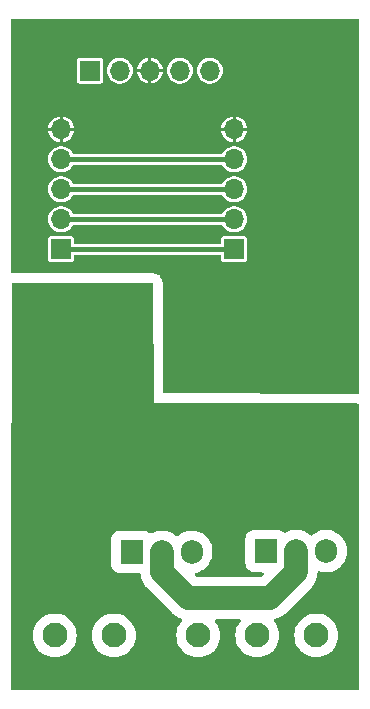
<source format=gbr>
%TF.GenerationSoftware,KiCad,Pcbnew,7.0.6-1.fc38*%
%TF.CreationDate,2023-08-19T18:40:52-03:00*%
%TF.ProjectId,CeilingFanControl,4365696c-696e-4674-9661-6e436f6e7472,rev?*%
%TF.SameCoordinates,Original*%
%TF.FileFunction,Copper,L1,Top*%
%TF.FilePolarity,Positive*%
%FSLAX46Y46*%
G04 Gerber Fmt 4.6, Leading zero omitted, Abs format (unit mm)*
G04 Created by KiCad (PCBNEW 7.0.6-1.fc38) date 2023-08-19 18:40:52*
%MOMM*%
%LPD*%
G01*
G04 APERTURE LIST*
%TA.AperFunction,ComponentPad*%
%ADD10R,1.700000X1.700000*%
%TD*%
%TA.AperFunction,ComponentPad*%
%ADD11O,1.700000X1.700000*%
%TD*%
%TA.AperFunction,ComponentPad*%
%ADD12C,2.100000*%
%TD*%
%TA.AperFunction,ComponentPad*%
%ADD13O,1.905000X2.000000*%
%TD*%
%TA.AperFunction,ComponentPad*%
%ADD14R,1.905000X2.000000*%
%TD*%
%TA.AperFunction,Conductor*%
%ADD15C,0.400000*%
%TD*%
%TA.AperFunction,Conductor*%
%ADD16C,2.000000*%
%TD*%
G04 APERTURE END LIST*
D10*
%TO.P,J2,1,Pin_1*%
%TO.N,/VPP*%
X21870000Y-19330000D03*
D11*
%TO.P,J2,2,Pin_2*%
%TO.N,+3V3*%
X24410000Y-19330000D03*
%TO.P,J2,3,Pin_3*%
%TO.N,GND*%
X26950000Y-19330000D03*
%TO.P,J2,4,Pin_4*%
%TO.N,/ICSPDAT*%
X29490000Y-19330000D03*
%TO.P,J2,5,Pin_5*%
%TO.N,/ICSPCLK*%
X32030000Y-19330000D03*
%TD*%
D12*
%TO.P,J1,1,Pin_1*%
%TO.N,NEUT*%
X18900000Y-67150000D03*
%TO.P,J1,2,Pin_2*%
%TO.N,LINE*%
X23900000Y-67150000D03*
%TD*%
D10*
%TO.P,J3,1,Pin_1*%
%TO.N,+5V*%
X19450000Y-34450000D03*
D11*
%TO.P,J3,2,Pin_2*%
%TO.N,/SCL*%
X19450000Y-31910000D03*
%TO.P,J3,3,Pin_3*%
%TO.N,/SDA*%
X19450000Y-29370000D03*
%TO.P,J3,4,Pin_4*%
%TO.N,+3V3*%
X19450000Y-26830000D03*
%TO.P,J3,5,Pin_5*%
%TO.N,GND*%
X19450000Y-24290000D03*
%TD*%
D13*
%TO.P,Q3,3,G*%
%TO.N,Net-(Q3-G)*%
X41870000Y-60010000D03*
%TO.P,Q3,2,A2*%
%TO.N,LINE*%
X39330000Y-60010000D03*
D14*
%TO.P,Q3,1,A1*%
%TO.N,/FAN_DIR-2_POWER*%
X36790000Y-60010000D03*
%TD*%
D10*
%TO.P,J5,1,Pin_1*%
%TO.N,+5V*%
X34100000Y-34450000D03*
D11*
%TO.P,J5,2,Pin_2*%
%TO.N,/SCL*%
X34100000Y-31910000D03*
%TO.P,J5,3,Pin_3*%
%TO.N,/SDA*%
X34100000Y-29370000D03*
%TO.P,J5,4,Pin_4*%
%TO.N,+3V3*%
X34100000Y-26830000D03*
%TO.P,J5,5,Pin_5*%
%TO.N,GND*%
X34100000Y-24290000D03*
%TD*%
D12*
%TO.P,J4,3,Pin_3*%
%TO.N,/FAN_DIR-2_POWER*%
X41050000Y-67150000D03*
%TO.P,J4,2,Pin_2*%
%TO.N,NEUT*%
X36050000Y-67150000D03*
%TO.P,J4,1,Pin_1*%
%TO.N,/FAN_DIR-1_POWER*%
X31050000Y-67150000D03*
%TD*%
D13*
%TO.P,Q2,3,G*%
%TO.N,Net-(Q2-G)*%
X30500000Y-60070000D03*
%TO.P,Q2,2,A2*%
%TO.N,LINE*%
X27960000Y-60070000D03*
D14*
%TO.P,Q2,1,A1*%
%TO.N,/FAN_DIR-1_POWER*%
X25420000Y-60070000D03*
%TD*%
D15*
%TO.N,+3V3*%
X19450000Y-26830000D02*
X34100000Y-26830000D01*
%TO.N,/SDA*%
X19450000Y-29370000D02*
X34100000Y-29370000D01*
%TO.N,/SCL*%
X19450000Y-31910000D02*
X34100000Y-31910000D01*
D16*
%TO.N,LINE*%
X39330000Y-61800000D02*
X39330000Y-60010000D01*
X30150000Y-63980000D02*
X37150000Y-63980000D01*
X37150000Y-63980000D02*
X39330000Y-61800000D01*
X27960000Y-61790000D02*
X30150000Y-63980000D01*
X27960000Y-60070000D02*
X27960000Y-61790000D01*
D15*
%TO.N,+5V*%
X19450000Y-34450000D02*
X34100000Y-34450000D01*
%TD*%
%TA.AperFunction,Conductor*%
%TO.N,GND*%
G36*
X44636645Y-15003868D02*
G01*
X44640013Y-15011993D01*
X44649500Y-30118771D01*
X44649500Y-46695192D01*
X44646132Y-46703324D01*
X44638000Y-46706692D01*
X44636686Y-46706617D01*
X44527644Y-46694078D01*
X28112187Y-46656363D01*
X28104063Y-46652976D01*
X28100713Y-46644933D01*
X28046212Y-37388629D01*
X28027237Y-37219501D01*
X28015990Y-37168625D01*
X28006641Y-37130718D01*
X27973335Y-37046905D01*
X27940032Y-36963094D01*
X27837794Y-36814498D01*
X27837791Y-36814493D01*
X27833828Y-36809927D01*
X27831014Y-36802461D01*
X27830000Y-36630000D01*
X27829813Y-36629999D01*
X27640460Y-36629698D01*
X27633783Y-36627548D01*
X27576331Y-36586414D01*
X27560095Y-36579607D01*
X27409984Y-36516674D01*
X27398738Y-36513382D01*
X27342931Y-36497045D01*
X27295218Y-36484649D01*
X27295214Y-36484648D01*
X27295212Y-36484648D01*
X27203527Y-36474395D01*
X27115958Y-36464602D01*
X27115955Y-36464602D01*
X27086649Y-36464626D01*
X15383040Y-36474395D01*
X15222732Y-36491675D01*
X15214287Y-36489197D01*
X15210066Y-36481473D01*
X15210000Y-36480241D01*
X15210000Y-35324674D01*
X18349500Y-35324674D01*
X18364034Y-35397740D01*
X18364035Y-35397741D01*
X18419397Y-35480599D01*
X18419399Y-35480601D01*
X18502260Y-35535966D01*
X18575326Y-35550500D01*
X18575328Y-35550500D01*
X20324672Y-35550500D01*
X20324674Y-35550500D01*
X20397740Y-35535966D01*
X20480601Y-35480601D01*
X20535966Y-35397740D01*
X20550500Y-35324674D01*
X20550500Y-34912000D01*
X20553868Y-34903868D01*
X20562000Y-34900500D01*
X32988000Y-34900500D01*
X32996132Y-34903868D01*
X32999500Y-34912000D01*
X32999500Y-35324674D01*
X33014034Y-35397740D01*
X33014035Y-35397741D01*
X33069397Y-35480599D01*
X33069399Y-35480601D01*
X33152260Y-35535966D01*
X33225326Y-35550500D01*
X33225328Y-35550500D01*
X34974672Y-35550500D01*
X34974674Y-35550500D01*
X35047740Y-35535966D01*
X35130601Y-35480601D01*
X35185966Y-35397740D01*
X35200500Y-35324674D01*
X35200500Y-33575326D01*
X35185966Y-33502260D01*
X35130601Y-33419399D01*
X35130599Y-33419397D01*
X35047741Y-33364035D01*
X35047742Y-33364035D01*
X35047740Y-33364034D01*
X35047738Y-33364033D01*
X35047737Y-33364033D01*
X35010957Y-33356717D01*
X34974674Y-33349500D01*
X33225326Y-33349500D01*
X33196260Y-33355281D01*
X33152262Y-33364033D01*
X33152258Y-33364035D01*
X33069400Y-33419397D01*
X33069397Y-33419400D01*
X33014035Y-33502258D01*
X33014033Y-33502262D01*
X32999500Y-33575327D01*
X32999500Y-33988000D01*
X32996132Y-33996132D01*
X32988000Y-33999500D01*
X20562000Y-33999500D01*
X20553868Y-33996132D01*
X20550500Y-33988000D01*
X20550500Y-33575327D01*
X20535966Y-33502262D01*
X20535966Y-33502260D01*
X20480601Y-33419399D01*
X20480599Y-33419397D01*
X20397741Y-33364035D01*
X20397742Y-33364035D01*
X20397740Y-33364034D01*
X20397738Y-33364033D01*
X20397737Y-33364033D01*
X20360957Y-33356717D01*
X20324674Y-33349500D01*
X18575326Y-33349500D01*
X18546259Y-33355281D01*
X18502262Y-33364033D01*
X18502258Y-33364035D01*
X18419400Y-33419397D01*
X18419397Y-33419400D01*
X18364035Y-33502258D01*
X18364033Y-33502262D01*
X18353108Y-33557184D01*
X18349500Y-33575326D01*
X18349500Y-35324674D01*
X15210000Y-35324674D01*
X15210000Y-31910000D01*
X18344785Y-31910000D01*
X18363602Y-32113080D01*
X18419418Y-32309251D01*
X18510327Y-32491822D01*
X18510329Y-32491825D01*
X18633228Y-32654570D01*
X18633231Y-32654573D01*
X18633236Y-32654579D01*
X18783959Y-32791981D01*
X18957363Y-32899348D01*
X18957371Y-32899351D01*
X18957373Y-32899352D01*
X19147538Y-32973022D01*
X19147539Y-32973022D01*
X19147544Y-32973024D01*
X19348024Y-33010500D01*
X19551976Y-33010500D01*
X19752456Y-32973024D01*
X19942637Y-32899348D01*
X20116041Y-32791981D01*
X20266764Y-32654579D01*
X20389673Y-32491821D01*
X20451889Y-32366873D01*
X20458528Y-32361096D01*
X20462183Y-32360500D01*
X33087817Y-32360500D01*
X33095949Y-32363868D01*
X33098111Y-32366874D01*
X33160327Y-32491822D01*
X33160329Y-32491825D01*
X33283228Y-32654570D01*
X33283231Y-32654573D01*
X33283236Y-32654579D01*
X33433959Y-32791981D01*
X33607363Y-32899348D01*
X33607371Y-32899351D01*
X33607373Y-32899352D01*
X33797538Y-32973022D01*
X33797539Y-32973022D01*
X33797544Y-32973024D01*
X33998024Y-33010500D01*
X34201976Y-33010500D01*
X34402456Y-32973024D01*
X34592637Y-32899348D01*
X34766041Y-32791981D01*
X34916764Y-32654579D01*
X35039673Y-32491821D01*
X35130582Y-32309250D01*
X35186397Y-32113083D01*
X35205215Y-31910000D01*
X35186397Y-31706917D01*
X35130582Y-31510750D01*
X35039673Y-31328179D01*
X35039672Y-31328178D01*
X35039672Y-31328177D01*
X35039670Y-31328174D01*
X34916771Y-31165429D01*
X34916767Y-31165426D01*
X34916764Y-31165421D01*
X34766041Y-31028019D01*
X34766040Y-31028018D01*
X34679338Y-30974335D01*
X34592637Y-30920652D01*
X34592632Y-30920650D01*
X34592626Y-30920647D01*
X34402461Y-30846977D01*
X34201978Y-30809500D01*
X34201976Y-30809500D01*
X33998024Y-30809500D01*
X33998021Y-30809500D01*
X33797538Y-30846977D01*
X33607373Y-30920647D01*
X33607361Y-30920653D01*
X33433959Y-31028018D01*
X33345659Y-31108514D01*
X33283236Y-31165421D01*
X33283234Y-31165423D01*
X33283228Y-31165429D01*
X33160329Y-31328174D01*
X33160327Y-31328177D01*
X33098111Y-31453126D01*
X33091472Y-31458904D01*
X33087817Y-31459500D01*
X20462183Y-31459500D01*
X20454051Y-31456132D01*
X20451889Y-31453126D01*
X20389672Y-31328177D01*
X20389670Y-31328174D01*
X20266771Y-31165429D01*
X20266767Y-31165426D01*
X20266764Y-31165421D01*
X20116041Y-31028019D01*
X20116040Y-31028018D01*
X20029338Y-30974335D01*
X19942637Y-30920652D01*
X19942632Y-30920650D01*
X19942626Y-30920647D01*
X19752461Y-30846977D01*
X19551978Y-30809500D01*
X19551976Y-30809500D01*
X19348024Y-30809500D01*
X19348021Y-30809500D01*
X19147538Y-30846977D01*
X18957373Y-30920647D01*
X18957361Y-30920653D01*
X18783959Y-31028018D01*
X18695659Y-31108514D01*
X18633236Y-31165421D01*
X18633234Y-31165423D01*
X18633228Y-31165429D01*
X18510329Y-31328174D01*
X18510327Y-31328177D01*
X18419418Y-31510748D01*
X18363602Y-31706919D01*
X18344785Y-31910000D01*
X15210000Y-31910000D01*
X15210000Y-29370000D01*
X18344785Y-29370000D01*
X18363602Y-29573080D01*
X18419418Y-29769251D01*
X18510327Y-29951822D01*
X18510329Y-29951825D01*
X18633228Y-30114570D01*
X18633231Y-30114573D01*
X18633236Y-30114579D01*
X18783959Y-30251981D01*
X18957363Y-30359348D01*
X18957371Y-30359351D01*
X18957373Y-30359352D01*
X19147538Y-30433022D01*
X19147539Y-30433022D01*
X19147544Y-30433024D01*
X19348024Y-30470500D01*
X19551976Y-30470500D01*
X19752456Y-30433024D01*
X19942637Y-30359348D01*
X20116041Y-30251981D01*
X20266764Y-30114579D01*
X20389673Y-29951821D01*
X20451889Y-29826873D01*
X20458528Y-29821096D01*
X20462183Y-29820500D01*
X33087817Y-29820500D01*
X33095949Y-29823868D01*
X33098111Y-29826874D01*
X33160327Y-29951822D01*
X33160329Y-29951825D01*
X33283228Y-30114570D01*
X33283231Y-30114573D01*
X33283236Y-30114579D01*
X33433959Y-30251981D01*
X33607363Y-30359348D01*
X33607371Y-30359351D01*
X33607373Y-30359352D01*
X33797538Y-30433022D01*
X33797539Y-30433022D01*
X33797544Y-30433024D01*
X33998024Y-30470500D01*
X34201976Y-30470500D01*
X34402456Y-30433024D01*
X34592637Y-30359348D01*
X34766041Y-30251981D01*
X34916764Y-30114579D01*
X35039673Y-29951821D01*
X35130582Y-29769250D01*
X35186397Y-29573083D01*
X35205215Y-29370000D01*
X35186397Y-29166917D01*
X35130582Y-28970750D01*
X35039673Y-28788179D01*
X35039672Y-28788178D01*
X35039672Y-28788177D01*
X35039670Y-28788174D01*
X34916771Y-28625429D01*
X34916767Y-28625426D01*
X34916764Y-28625421D01*
X34766041Y-28488019D01*
X34766040Y-28488018D01*
X34679338Y-28434335D01*
X34592637Y-28380652D01*
X34592632Y-28380650D01*
X34592626Y-28380647D01*
X34402461Y-28306977D01*
X34201978Y-28269500D01*
X34201976Y-28269500D01*
X33998024Y-28269500D01*
X33998021Y-28269500D01*
X33797538Y-28306977D01*
X33607373Y-28380647D01*
X33607361Y-28380653D01*
X33433959Y-28488018D01*
X33345659Y-28568514D01*
X33283236Y-28625421D01*
X33283234Y-28625423D01*
X33283228Y-28625429D01*
X33160329Y-28788174D01*
X33160327Y-28788177D01*
X33098111Y-28913126D01*
X33091472Y-28918904D01*
X33087817Y-28919500D01*
X20462183Y-28919500D01*
X20454051Y-28916132D01*
X20451889Y-28913126D01*
X20389672Y-28788177D01*
X20389670Y-28788174D01*
X20266771Y-28625429D01*
X20266767Y-28625426D01*
X20266764Y-28625421D01*
X20116041Y-28488019D01*
X20116040Y-28488018D01*
X20029338Y-28434335D01*
X19942637Y-28380652D01*
X19942632Y-28380650D01*
X19942626Y-28380647D01*
X19752461Y-28306977D01*
X19551978Y-28269500D01*
X19551976Y-28269500D01*
X19348024Y-28269500D01*
X19348021Y-28269500D01*
X19147538Y-28306977D01*
X18957373Y-28380647D01*
X18957361Y-28380653D01*
X18783959Y-28488018D01*
X18695659Y-28568514D01*
X18633236Y-28625421D01*
X18633234Y-28625423D01*
X18633228Y-28625429D01*
X18510329Y-28788174D01*
X18510327Y-28788177D01*
X18419418Y-28970748D01*
X18363602Y-29166919D01*
X18344785Y-29370000D01*
X15210000Y-29370000D01*
X15210000Y-26830000D01*
X18344785Y-26830000D01*
X18363602Y-27033080D01*
X18419418Y-27229251D01*
X18510327Y-27411822D01*
X18510329Y-27411825D01*
X18633228Y-27574570D01*
X18633231Y-27574573D01*
X18633236Y-27574579D01*
X18783959Y-27711981D01*
X18957363Y-27819348D01*
X18957371Y-27819351D01*
X18957373Y-27819352D01*
X19147538Y-27893022D01*
X19147539Y-27893022D01*
X19147544Y-27893024D01*
X19348024Y-27930500D01*
X19551976Y-27930500D01*
X19752456Y-27893024D01*
X19942637Y-27819348D01*
X20116041Y-27711981D01*
X20266764Y-27574579D01*
X20389673Y-27411821D01*
X20451889Y-27286873D01*
X20458528Y-27281096D01*
X20462183Y-27280500D01*
X33087817Y-27280500D01*
X33095949Y-27283868D01*
X33098111Y-27286874D01*
X33160327Y-27411822D01*
X33160329Y-27411825D01*
X33283228Y-27574570D01*
X33283231Y-27574573D01*
X33283236Y-27574579D01*
X33433959Y-27711981D01*
X33607363Y-27819348D01*
X33607371Y-27819351D01*
X33607373Y-27819352D01*
X33797538Y-27893022D01*
X33797539Y-27893022D01*
X33797544Y-27893024D01*
X33998024Y-27930500D01*
X34201976Y-27930500D01*
X34402456Y-27893024D01*
X34592637Y-27819348D01*
X34766041Y-27711981D01*
X34916764Y-27574579D01*
X35039673Y-27411821D01*
X35130582Y-27229250D01*
X35186397Y-27033083D01*
X35205215Y-26830000D01*
X35186397Y-26626917D01*
X35130582Y-26430750D01*
X35039673Y-26248179D01*
X35039672Y-26248178D01*
X35039672Y-26248177D01*
X35039670Y-26248174D01*
X34916771Y-26085429D01*
X34916767Y-26085426D01*
X34916764Y-26085421D01*
X34766041Y-25948019D01*
X34766040Y-25948018D01*
X34679339Y-25894335D01*
X34592637Y-25840652D01*
X34592632Y-25840650D01*
X34592626Y-25840647D01*
X34402461Y-25766977D01*
X34201978Y-25729500D01*
X34201976Y-25729500D01*
X33998024Y-25729500D01*
X33998021Y-25729500D01*
X33797538Y-25766977D01*
X33607373Y-25840647D01*
X33607361Y-25840653D01*
X33433959Y-25948018D01*
X33345659Y-26028514D01*
X33283236Y-26085421D01*
X33283234Y-26085423D01*
X33283228Y-26085429D01*
X33160329Y-26248174D01*
X33160327Y-26248177D01*
X33098111Y-26373126D01*
X33091472Y-26378904D01*
X33087817Y-26379500D01*
X20462183Y-26379500D01*
X20454051Y-26376132D01*
X20451889Y-26373126D01*
X20389672Y-26248177D01*
X20389670Y-26248174D01*
X20266771Y-26085429D01*
X20266767Y-26085426D01*
X20266764Y-26085421D01*
X20116041Y-25948019D01*
X20116040Y-25948018D01*
X20029338Y-25894335D01*
X19942637Y-25840652D01*
X19942632Y-25840650D01*
X19942626Y-25840647D01*
X19752461Y-25766977D01*
X19551978Y-25729500D01*
X19551976Y-25729500D01*
X19348024Y-25729500D01*
X19348021Y-25729500D01*
X19147538Y-25766977D01*
X18957373Y-25840647D01*
X18957361Y-25840653D01*
X18783959Y-25948018D01*
X18695659Y-26028514D01*
X18633236Y-26085421D01*
X18633234Y-26085423D01*
X18633228Y-26085429D01*
X18510329Y-26248174D01*
X18510327Y-26248177D01*
X18419418Y-26430748D01*
X18363602Y-26626919D01*
X18344785Y-26830000D01*
X15210000Y-26830000D01*
X15210000Y-24415000D01*
X18356870Y-24415000D01*
X18364096Y-24492986D01*
X18364096Y-24492988D01*
X18419886Y-24689069D01*
X18510754Y-24871557D01*
X18510756Y-24871560D01*
X18633599Y-25034231D01*
X18784265Y-25171583D01*
X18957577Y-25278893D01*
X18957597Y-25278903D01*
X19147680Y-25352541D01*
X19325000Y-25385686D01*
X19325000Y-24777169D01*
X19414237Y-24790000D01*
X19485763Y-24790000D01*
X19575000Y-24777169D01*
X19575000Y-25385686D01*
X19752319Y-25352541D01*
X19942402Y-25278903D01*
X19942422Y-25278893D01*
X20115734Y-25171583D01*
X20266400Y-25034231D01*
X20389243Y-24871560D01*
X20389245Y-24871557D01*
X20480113Y-24689069D01*
X20535903Y-24492988D01*
X20535903Y-24492986D01*
X20543130Y-24415000D01*
X33006870Y-24415000D01*
X33014096Y-24492986D01*
X33014096Y-24492988D01*
X33069886Y-24689069D01*
X33160754Y-24871557D01*
X33160756Y-24871560D01*
X33283599Y-25034231D01*
X33434265Y-25171583D01*
X33607577Y-25278893D01*
X33607597Y-25278903D01*
X33797680Y-25352541D01*
X33975000Y-25385686D01*
X33975000Y-24777169D01*
X34064237Y-24790000D01*
X34135763Y-24790000D01*
X34225000Y-24777169D01*
X34225000Y-25385686D01*
X34402319Y-25352541D01*
X34592402Y-25278903D01*
X34592422Y-25278893D01*
X34765734Y-25171583D01*
X34916400Y-25034231D01*
X35039243Y-24871560D01*
X35039245Y-24871557D01*
X35130113Y-24689069D01*
X35185903Y-24492988D01*
X35185903Y-24492986D01*
X35193130Y-24415000D01*
X34584405Y-24415000D01*
X34600000Y-24361889D01*
X34600000Y-24218111D01*
X34584405Y-24165000D01*
X35193129Y-24165000D01*
X35185903Y-24087013D01*
X35185903Y-24087011D01*
X35130113Y-23890930D01*
X35039245Y-23708442D01*
X35039243Y-23708439D01*
X34916400Y-23545768D01*
X34765734Y-23408416D01*
X34592422Y-23301106D01*
X34592402Y-23301096D01*
X34402324Y-23227460D01*
X34225000Y-23194311D01*
X34225000Y-23802830D01*
X34135763Y-23790000D01*
X34064237Y-23790000D01*
X33975000Y-23802830D01*
X33975000Y-23194312D01*
X33974999Y-23194311D01*
X33797675Y-23227460D01*
X33607597Y-23301096D01*
X33607577Y-23301106D01*
X33434265Y-23408416D01*
X33283599Y-23545768D01*
X33160756Y-23708439D01*
X33160754Y-23708442D01*
X33069886Y-23890930D01*
X33014096Y-24087011D01*
X33014096Y-24087013D01*
X33006870Y-24165000D01*
X33615595Y-24165000D01*
X33600000Y-24218111D01*
X33600000Y-24361889D01*
X33615595Y-24415000D01*
X33006870Y-24415000D01*
X20543130Y-24415000D01*
X19934405Y-24415000D01*
X19950000Y-24361889D01*
X19950000Y-24218111D01*
X19934405Y-24165000D01*
X20543129Y-24165000D01*
X20535903Y-24087013D01*
X20535903Y-24087011D01*
X20480113Y-23890930D01*
X20389245Y-23708442D01*
X20389243Y-23708439D01*
X20266400Y-23545768D01*
X20115734Y-23408416D01*
X19942422Y-23301106D01*
X19942402Y-23301096D01*
X19752324Y-23227460D01*
X19575000Y-23194311D01*
X19574999Y-23194312D01*
X19574999Y-23802830D01*
X19485763Y-23790000D01*
X19414237Y-23790000D01*
X19325000Y-23802830D01*
X19325000Y-23194312D01*
X19324999Y-23194311D01*
X19147675Y-23227460D01*
X18957597Y-23301096D01*
X18957577Y-23301106D01*
X18784265Y-23408416D01*
X18633599Y-23545768D01*
X18510756Y-23708439D01*
X18510754Y-23708442D01*
X18419886Y-23890930D01*
X18364096Y-24087011D01*
X18364096Y-24087013D01*
X18356870Y-24165000D01*
X18965595Y-24165000D01*
X18950000Y-24218111D01*
X18950000Y-24361889D01*
X18965595Y-24415000D01*
X18356870Y-24415000D01*
X15210000Y-24415000D01*
X15210000Y-20204674D01*
X20769500Y-20204674D01*
X20784034Y-20277740D01*
X20784035Y-20277741D01*
X20839397Y-20360599D01*
X20839399Y-20360601D01*
X20922260Y-20415966D01*
X20995326Y-20430500D01*
X20995328Y-20430500D01*
X22744672Y-20430500D01*
X22744674Y-20430500D01*
X22817740Y-20415966D01*
X22900601Y-20360601D01*
X22955966Y-20277740D01*
X22970500Y-20204674D01*
X22970500Y-19330000D01*
X23304785Y-19330000D01*
X23323602Y-19533080D01*
X23379418Y-19729251D01*
X23470327Y-19911822D01*
X23470329Y-19911825D01*
X23593228Y-20074570D01*
X23593231Y-20074573D01*
X23593236Y-20074579D01*
X23743959Y-20211981D01*
X23917363Y-20319348D01*
X23917371Y-20319351D01*
X23917373Y-20319352D01*
X24107538Y-20393022D01*
X24107539Y-20393022D01*
X24107544Y-20393024D01*
X24308024Y-20430500D01*
X24511976Y-20430500D01*
X24712456Y-20393024D01*
X24902637Y-20319348D01*
X25076041Y-20211981D01*
X25226764Y-20074579D01*
X25349673Y-19911821D01*
X25440582Y-19729250D01*
X25496397Y-19533083D01*
X25503632Y-19455000D01*
X25856870Y-19455000D01*
X25864096Y-19532986D01*
X25864096Y-19532988D01*
X25919886Y-19729069D01*
X26010754Y-19911557D01*
X26010756Y-19911560D01*
X26133599Y-20074231D01*
X26284265Y-20211583D01*
X26457577Y-20318893D01*
X26457597Y-20318903D01*
X26647680Y-20392541D01*
X26824999Y-20425686D01*
X26824999Y-19817169D01*
X26914237Y-19830000D01*
X26985763Y-19830000D01*
X27074999Y-19817169D01*
X27074999Y-20425686D01*
X27252319Y-20392541D01*
X27442402Y-20318903D01*
X27442422Y-20318893D01*
X27615734Y-20211583D01*
X27766400Y-20074231D01*
X27889243Y-19911560D01*
X27889245Y-19911557D01*
X27980113Y-19729069D01*
X28035903Y-19532988D01*
X28035903Y-19532986D01*
X28043130Y-19455000D01*
X27434405Y-19455000D01*
X27450000Y-19401889D01*
X27450000Y-19329999D01*
X28384785Y-19329999D01*
X28403602Y-19533080D01*
X28459418Y-19729251D01*
X28550327Y-19911822D01*
X28550329Y-19911825D01*
X28673228Y-20074570D01*
X28673231Y-20074573D01*
X28673236Y-20074579D01*
X28823959Y-20211981D01*
X28997363Y-20319348D01*
X28997371Y-20319351D01*
X28997373Y-20319352D01*
X29187538Y-20393022D01*
X29187539Y-20393022D01*
X29187544Y-20393024D01*
X29388024Y-20430500D01*
X29591976Y-20430500D01*
X29792456Y-20393024D01*
X29982637Y-20319348D01*
X30156041Y-20211981D01*
X30306764Y-20074579D01*
X30429673Y-19911821D01*
X30520582Y-19729250D01*
X30576397Y-19533083D01*
X30595215Y-19330000D01*
X30595215Y-19329999D01*
X30924785Y-19329999D01*
X30943602Y-19533080D01*
X30999418Y-19729251D01*
X31090327Y-19911822D01*
X31090329Y-19911825D01*
X31213228Y-20074570D01*
X31213231Y-20074573D01*
X31213236Y-20074579D01*
X31363959Y-20211981D01*
X31537363Y-20319348D01*
X31537371Y-20319351D01*
X31537373Y-20319352D01*
X31727538Y-20393022D01*
X31727539Y-20393022D01*
X31727544Y-20393024D01*
X31928024Y-20430500D01*
X32131976Y-20430500D01*
X32332456Y-20393024D01*
X32522637Y-20319348D01*
X32696041Y-20211981D01*
X32846764Y-20074579D01*
X32969673Y-19911821D01*
X33060582Y-19729250D01*
X33116397Y-19533083D01*
X33135215Y-19330000D01*
X33116397Y-19126917D01*
X33060582Y-18930750D01*
X32969673Y-18748179D01*
X32969672Y-18748178D01*
X32969672Y-18748177D01*
X32969670Y-18748174D01*
X32846771Y-18585429D01*
X32846767Y-18585426D01*
X32846764Y-18585421D01*
X32703843Y-18455132D01*
X32696040Y-18448018D01*
X32609339Y-18394335D01*
X32522637Y-18340652D01*
X32522632Y-18340650D01*
X32522626Y-18340647D01*
X32332461Y-18266977D01*
X32131978Y-18229500D01*
X32131976Y-18229500D01*
X31928024Y-18229500D01*
X31928021Y-18229500D01*
X31727538Y-18266977D01*
X31537373Y-18340647D01*
X31537361Y-18340653D01*
X31363959Y-18448018D01*
X31275659Y-18528514D01*
X31213236Y-18585421D01*
X31213234Y-18585423D01*
X31213228Y-18585429D01*
X31090329Y-18748174D01*
X31090327Y-18748177D01*
X30999418Y-18930748D01*
X30943602Y-19126919D01*
X30924785Y-19329999D01*
X30595215Y-19329999D01*
X30576397Y-19126917D01*
X30520582Y-18930750D01*
X30429673Y-18748179D01*
X30429672Y-18748178D01*
X30429672Y-18748177D01*
X30429670Y-18748174D01*
X30306771Y-18585429D01*
X30306767Y-18585426D01*
X30306764Y-18585421D01*
X30163843Y-18455132D01*
X30156040Y-18448018D01*
X30069339Y-18394335D01*
X29982637Y-18340652D01*
X29982632Y-18340650D01*
X29982626Y-18340647D01*
X29792461Y-18266977D01*
X29591978Y-18229500D01*
X29591976Y-18229500D01*
X29388024Y-18229500D01*
X29388021Y-18229500D01*
X29187538Y-18266977D01*
X28997373Y-18340647D01*
X28997361Y-18340653D01*
X28823959Y-18448018D01*
X28735659Y-18528514D01*
X28673236Y-18585421D01*
X28673234Y-18585423D01*
X28673228Y-18585429D01*
X28550329Y-18748174D01*
X28550327Y-18748177D01*
X28459418Y-18930748D01*
X28403602Y-19126919D01*
X28384785Y-19329999D01*
X27450000Y-19329999D01*
X27450000Y-19258111D01*
X27434405Y-19205000D01*
X28043129Y-19205000D01*
X28035903Y-19127013D01*
X28035903Y-19127011D01*
X27980113Y-18930930D01*
X27889245Y-18748442D01*
X27889243Y-18748439D01*
X27766400Y-18585768D01*
X27615734Y-18448416D01*
X27442422Y-18341106D01*
X27442402Y-18341096D01*
X27252324Y-18267460D01*
X27075000Y-18234311D01*
X27074999Y-18234312D01*
X27074999Y-18842830D01*
X26985763Y-18830000D01*
X26914237Y-18830000D01*
X26824999Y-18842830D01*
X26825000Y-18234312D01*
X26824999Y-18234311D01*
X26647675Y-18267460D01*
X26457597Y-18341096D01*
X26457577Y-18341106D01*
X26284265Y-18448416D01*
X26133599Y-18585768D01*
X26010756Y-18748439D01*
X26010754Y-18748442D01*
X25919886Y-18930930D01*
X25864096Y-19127011D01*
X25864096Y-19127013D01*
X25856870Y-19205000D01*
X26465595Y-19205000D01*
X26450000Y-19258111D01*
X26450000Y-19401889D01*
X26465595Y-19455000D01*
X25856870Y-19455000D01*
X25503632Y-19455000D01*
X25515215Y-19330000D01*
X25496397Y-19126917D01*
X25440582Y-18930750D01*
X25349673Y-18748179D01*
X25349672Y-18748178D01*
X25349672Y-18748177D01*
X25349670Y-18748174D01*
X25226771Y-18585429D01*
X25226767Y-18585426D01*
X25226764Y-18585421D01*
X25083843Y-18455132D01*
X25076040Y-18448018D01*
X24989339Y-18394335D01*
X24902637Y-18340652D01*
X24902632Y-18340650D01*
X24902626Y-18340647D01*
X24712461Y-18266977D01*
X24511978Y-18229500D01*
X24511976Y-18229500D01*
X24308024Y-18229500D01*
X24308021Y-18229500D01*
X24107538Y-18266977D01*
X23917373Y-18340647D01*
X23917361Y-18340653D01*
X23743959Y-18448018D01*
X23655659Y-18528514D01*
X23593236Y-18585421D01*
X23593234Y-18585423D01*
X23593228Y-18585429D01*
X23470329Y-18748174D01*
X23470327Y-18748177D01*
X23379418Y-18930748D01*
X23323602Y-19126919D01*
X23304785Y-19330000D01*
X22970500Y-19330000D01*
X22970500Y-18455326D01*
X22955966Y-18382260D01*
X22900601Y-18299399D01*
X22900599Y-18299397D01*
X22817741Y-18244035D01*
X22817742Y-18244035D01*
X22817740Y-18244034D01*
X22817738Y-18244033D01*
X22817737Y-18244033D01*
X22780957Y-18236717D01*
X22744674Y-18229500D01*
X20995326Y-18229500D01*
X20971140Y-18234311D01*
X20922262Y-18244033D01*
X20922258Y-18244035D01*
X20839400Y-18299397D01*
X20839397Y-18299400D01*
X20784035Y-18382258D01*
X20784033Y-18382262D01*
X20773108Y-18437184D01*
X20769500Y-18455326D01*
X20769500Y-20204674D01*
X15210000Y-20204674D01*
X15210000Y-15012000D01*
X15213368Y-15003868D01*
X15221500Y-15000500D01*
X44628513Y-15000500D01*
X44636645Y-15003868D01*
G37*
%TD.AperFunction*%
%TD*%
%TA.AperFunction,NonConductor*%
G36*
X27183680Y-37289731D02*
G01*
X27229479Y-37342496D01*
X27240726Y-37393372D01*
X27300000Y-47460000D01*
X44525790Y-47499576D01*
X44592779Y-47519414D01*
X44638412Y-47572323D01*
X44649500Y-47623575D01*
X44649500Y-71625500D01*
X44629815Y-71692539D01*
X44577011Y-71738294D01*
X44525500Y-71749500D01*
X15334181Y-71749500D01*
X15267142Y-71729815D01*
X15221387Y-71677011D01*
X15210181Y-71625320D01*
X15216672Y-67150001D01*
X17044773Y-67150001D01*
X17063657Y-67414027D01*
X17063658Y-67414034D01*
X17119921Y-67672673D01*
X17212426Y-67920690D01*
X17212428Y-67920694D01*
X17339280Y-68153005D01*
X17339285Y-68153013D01*
X17497906Y-68364907D01*
X17497922Y-68364925D01*
X17685074Y-68552077D01*
X17685092Y-68552093D01*
X17896986Y-68710714D01*
X17896994Y-68710719D01*
X18129305Y-68837571D01*
X18129309Y-68837573D01*
X18129311Y-68837574D01*
X18377322Y-68930077D01*
X18377325Y-68930077D01*
X18377326Y-68930078D01*
X18572551Y-68972546D01*
X18635974Y-68986343D01*
X18879660Y-69003772D01*
X18899999Y-69005227D01*
X18900000Y-69005227D01*
X18900001Y-69005227D01*
X18918884Y-69003876D01*
X19164026Y-68986343D01*
X19422678Y-68930077D01*
X19670689Y-68837574D01*
X19903011Y-68710716D01*
X20114915Y-68552087D01*
X20302087Y-68364915D01*
X20460716Y-68153011D01*
X20587574Y-67920689D01*
X20680077Y-67672678D01*
X20736343Y-67414026D01*
X20755227Y-67150001D01*
X22044773Y-67150001D01*
X22063657Y-67414027D01*
X22063658Y-67414034D01*
X22119921Y-67672673D01*
X22212426Y-67920690D01*
X22212428Y-67920694D01*
X22339280Y-68153005D01*
X22339285Y-68153013D01*
X22497906Y-68364907D01*
X22497922Y-68364925D01*
X22685074Y-68552077D01*
X22685092Y-68552093D01*
X22896986Y-68710714D01*
X22896994Y-68710719D01*
X23129305Y-68837571D01*
X23129309Y-68837573D01*
X23129311Y-68837574D01*
X23377322Y-68930077D01*
X23377325Y-68930077D01*
X23377326Y-68930078D01*
X23572552Y-68972546D01*
X23635974Y-68986343D01*
X23879660Y-69003772D01*
X23899999Y-69005227D01*
X23900000Y-69005227D01*
X23900001Y-69005227D01*
X23918885Y-69003876D01*
X24164026Y-68986343D01*
X24422678Y-68930077D01*
X24670689Y-68837574D01*
X24903011Y-68710716D01*
X25114915Y-68552087D01*
X25302087Y-68364915D01*
X25460716Y-68153011D01*
X25587574Y-67920689D01*
X25680077Y-67672678D01*
X25736343Y-67414026D01*
X25755227Y-67150000D01*
X25736343Y-66885974D01*
X25680077Y-66627322D01*
X25587574Y-66379311D01*
X25460716Y-66146989D01*
X25460714Y-66146986D01*
X25302093Y-65935092D01*
X25302077Y-65935074D01*
X25114925Y-65747922D01*
X25114907Y-65747906D01*
X24903013Y-65589285D01*
X24903005Y-65589280D01*
X24670694Y-65462428D01*
X24670690Y-65462426D01*
X24422673Y-65369921D01*
X24164034Y-65313658D01*
X24164027Y-65313657D01*
X23900001Y-65294773D01*
X23899999Y-65294773D01*
X23635972Y-65313657D01*
X23635965Y-65313658D01*
X23377326Y-65369921D01*
X23129309Y-65462426D01*
X23129305Y-65462428D01*
X22896994Y-65589280D01*
X22896986Y-65589285D01*
X22685092Y-65747906D01*
X22685074Y-65747922D01*
X22497922Y-65935074D01*
X22497906Y-65935092D01*
X22339285Y-66146986D01*
X22339280Y-66146994D01*
X22212428Y-66379305D01*
X22212426Y-66379309D01*
X22119921Y-66627326D01*
X22063658Y-66885965D01*
X22063657Y-66885972D01*
X22044773Y-67149998D01*
X22044773Y-67150001D01*
X20755227Y-67150001D01*
X20755227Y-67150000D01*
X20736343Y-66885974D01*
X20680077Y-66627322D01*
X20587574Y-66379311D01*
X20460716Y-66146989D01*
X20460714Y-66146986D01*
X20302093Y-65935092D01*
X20302077Y-65935074D01*
X20114925Y-65747922D01*
X20114907Y-65747906D01*
X19903013Y-65589285D01*
X19903005Y-65589280D01*
X19670694Y-65462428D01*
X19670690Y-65462426D01*
X19422673Y-65369921D01*
X19164034Y-65313658D01*
X19164027Y-65313657D01*
X18900001Y-65294773D01*
X18899999Y-65294773D01*
X18635972Y-65313657D01*
X18635965Y-65313658D01*
X18377326Y-65369921D01*
X18129309Y-65462426D01*
X18129305Y-65462428D01*
X17896994Y-65589280D01*
X17896986Y-65589285D01*
X17685092Y-65747906D01*
X17685074Y-65747922D01*
X17497922Y-65935074D01*
X17497906Y-65935092D01*
X17339285Y-66146986D01*
X17339280Y-66146994D01*
X17212428Y-66379305D01*
X17212426Y-66379309D01*
X17119921Y-66627326D01*
X17063658Y-66885965D01*
X17063657Y-66885972D01*
X17044773Y-67149998D01*
X17044773Y-67150001D01*
X15216672Y-67150001D01*
X15222957Y-62817101D01*
X15225426Y-61114960D01*
X23667000Y-61114960D01*
X23682130Y-61249249D01*
X23682131Y-61249254D01*
X23741711Y-61419523D01*
X23799983Y-61512262D01*
X23837684Y-61572262D01*
X23965238Y-61699816D01*
X24000405Y-61721913D01*
X24117309Y-61795369D01*
X24117978Y-61795789D01*
X24288245Y-61855368D01*
X24288250Y-61855369D01*
X24378746Y-61865565D01*
X24422540Y-61870499D01*
X24422543Y-61870500D01*
X24422546Y-61870500D01*
X26045428Y-61870500D01*
X26112467Y-61890185D01*
X26158222Y-61942989D01*
X26169081Y-61985234D01*
X26174616Y-62059102D01*
X26174616Y-62059103D01*
X26181366Y-62088677D01*
X26182532Y-62095535D01*
X26185927Y-62125670D01*
X26212131Y-62223463D01*
X26234665Y-62322193D01*
X26245750Y-62350440D01*
X26247923Y-62357044D01*
X26255773Y-62386337D01*
X26296263Y-62479142D01*
X26333256Y-62573398D01*
X26333257Y-62573399D01*
X26348417Y-62599657D01*
X26351552Y-62605867D01*
X26363686Y-62633677D01*
X26417564Y-62719424D01*
X26468185Y-62807102D01*
X26476156Y-62817098D01*
X26487091Y-62830809D01*
X26491117Y-62836483D01*
X26507259Y-62862172D01*
X26573315Y-62938931D01*
X26636439Y-63018085D01*
X26710659Y-63086951D01*
X28853048Y-65229340D01*
X28921915Y-65303561D01*
X29001068Y-65366684D01*
X29077828Y-65432741D01*
X29077832Y-65432743D01*
X29077834Y-65432745D01*
X29103506Y-65448875D01*
X29109182Y-65452902D01*
X29132898Y-65471815D01*
X29220582Y-65522439D01*
X29306324Y-65576314D01*
X29334126Y-65588443D01*
X29340332Y-65591575D01*
X29366602Y-65606743D01*
X29366605Y-65606744D01*
X29366608Y-65606746D01*
X29460860Y-65643736D01*
X29460861Y-65643737D01*
X29553665Y-65684227D01*
X29572825Y-65689361D01*
X29582960Y-65692077D01*
X29589561Y-65694249D01*
X29617805Y-65705334D01*
X29617821Y-65705337D01*
X29619761Y-65705937D01*
X29620369Y-65706340D01*
X29622125Y-65707029D01*
X29621977Y-65707404D01*
X29678019Y-65744509D01*
X29706175Y-65808454D01*
X29695290Y-65877471D01*
X29670891Y-65912107D01*
X29647914Y-65935084D01*
X29647903Y-65935096D01*
X29489285Y-66146986D01*
X29489280Y-66146994D01*
X29362428Y-66379305D01*
X29362426Y-66379309D01*
X29269921Y-66627326D01*
X29213658Y-66885965D01*
X29213657Y-66885972D01*
X29194773Y-67149998D01*
X29194773Y-67150001D01*
X29213657Y-67414027D01*
X29213658Y-67414034D01*
X29269921Y-67672673D01*
X29362426Y-67920690D01*
X29362428Y-67920694D01*
X29489280Y-68153005D01*
X29489285Y-68153013D01*
X29647906Y-68364907D01*
X29647922Y-68364925D01*
X29835074Y-68552077D01*
X29835092Y-68552093D01*
X30046986Y-68710714D01*
X30046994Y-68710719D01*
X30279305Y-68837571D01*
X30279309Y-68837573D01*
X30279311Y-68837574D01*
X30527322Y-68930077D01*
X30527325Y-68930077D01*
X30527326Y-68930078D01*
X30722552Y-68972546D01*
X30785974Y-68986343D01*
X31029660Y-69003772D01*
X31049999Y-69005227D01*
X31050000Y-69005227D01*
X31050001Y-69005227D01*
X31068885Y-69003876D01*
X31314026Y-68986343D01*
X31572678Y-68930077D01*
X31820689Y-68837574D01*
X32053011Y-68710716D01*
X32264915Y-68552087D01*
X32452087Y-68364915D01*
X32610716Y-68153011D01*
X32737574Y-67920689D01*
X32830077Y-67672678D01*
X32886343Y-67414026D01*
X32905227Y-67150000D01*
X32886343Y-66885974D01*
X32830077Y-66627322D01*
X32737574Y-66379311D01*
X32610716Y-66146989D01*
X32484818Y-65978809D01*
X32460402Y-65913346D01*
X32475254Y-65845073D01*
X32524659Y-65795668D01*
X32584086Y-65780500D01*
X34515914Y-65780500D01*
X34582953Y-65800185D01*
X34628708Y-65852989D01*
X34638652Y-65922147D01*
X34615181Y-65978810D01*
X34489285Y-66146986D01*
X34489280Y-66146994D01*
X34362428Y-66379305D01*
X34362426Y-66379309D01*
X34269921Y-66627326D01*
X34213658Y-66885965D01*
X34213657Y-66885972D01*
X34194773Y-67149998D01*
X34194773Y-67150001D01*
X34213657Y-67414027D01*
X34213658Y-67414034D01*
X34269921Y-67672673D01*
X34362426Y-67920690D01*
X34362428Y-67920694D01*
X34489280Y-68153005D01*
X34489285Y-68153013D01*
X34647906Y-68364907D01*
X34647922Y-68364925D01*
X34835074Y-68552077D01*
X34835092Y-68552093D01*
X35046986Y-68710714D01*
X35046994Y-68710719D01*
X35279305Y-68837571D01*
X35279309Y-68837573D01*
X35279311Y-68837574D01*
X35527322Y-68930077D01*
X35527325Y-68930077D01*
X35527326Y-68930078D01*
X35722552Y-68972546D01*
X35785974Y-68986343D01*
X36029660Y-69003772D01*
X36049999Y-69005227D01*
X36050000Y-69005227D01*
X36050001Y-69005227D01*
X36068884Y-69003876D01*
X36314026Y-68986343D01*
X36572678Y-68930077D01*
X36820689Y-68837574D01*
X37053011Y-68710716D01*
X37264915Y-68552087D01*
X37452087Y-68364915D01*
X37610716Y-68153011D01*
X37737574Y-67920689D01*
X37830077Y-67672678D01*
X37886343Y-67414026D01*
X37905227Y-67150001D01*
X39194773Y-67150001D01*
X39213657Y-67414027D01*
X39213658Y-67414034D01*
X39269921Y-67672673D01*
X39362426Y-67920690D01*
X39362428Y-67920694D01*
X39489280Y-68153005D01*
X39489285Y-68153013D01*
X39647906Y-68364907D01*
X39647922Y-68364925D01*
X39835074Y-68552077D01*
X39835092Y-68552093D01*
X40046986Y-68710714D01*
X40046994Y-68710719D01*
X40279305Y-68837571D01*
X40279309Y-68837573D01*
X40279311Y-68837574D01*
X40527322Y-68930077D01*
X40527325Y-68930077D01*
X40527326Y-68930078D01*
X40722552Y-68972546D01*
X40785974Y-68986343D01*
X41029660Y-69003772D01*
X41049999Y-69005227D01*
X41050000Y-69005227D01*
X41050001Y-69005227D01*
X41068885Y-69003876D01*
X41314026Y-68986343D01*
X41572678Y-68930077D01*
X41820689Y-68837574D01*
X42053011Y-68710716D01*
X42264915Y-68552087D01*
X42452087Y-68364915D01*
X42610716Y-68153011D01*
X42737574Y-67920689D01*
X42830077Y-67672678D01*
X42886343Y-67414026D01*
X42905227Y-67150000D01*
X42886343Y-66885974D01*
X42830077Y-66627322D01*
X42737574Y-66379311D01*
X42610716Y-66146989D01*
X42610714Y-66146986D01*
X42452093Y-65935092D01*
X42452077Y-65935074D01*
X42264925Y-65747922D01*
X42264907Y-65747906D01*
X42053013Y-65589285D01*
X42053005Y-65589280D01*
X41820694Y-65462428D01*
X41820690Y-65462426D01*
X41572673Y-65369921D01*
X41314034Y-65313658D01*
X41314027Y-65313657D01*
X41050001Y-65294773D01*
X41049999Y-65294773D01*
X40785972Y-65313657D01*
X40785965Y-65313658D01*
X40527326Y-65369921D01*
X40279309Y-65462426D01*
X40279305Y-65462428D01*
X40046994Y-65589280D01*
X40046986Y-65589285D01*
X39835092Y-65747906D01*
X39835074Y-65747922D01*
X39647922Y-65935074D01*
X39647906Y-65935092D01*
X39489285Y-66146986D01*
X39489280Y-66146994D01*
X39362428Y-66379305D01*
X39362426Y-66379309D01*
X39269921Y-66627326D01*
X39213658Y-66885965D01*
X39213657Y-66885972D01*
X39194773Y-67149998D01*
X39194773Y-67150001D01*
X37905227Y-67150001D01*
X37905227Y-67150000D01*
X37886343Y-66885974D01*
X37830077Y-66627322D01*
X37737574Y-66379311D01*
X37610716Y-66146989D01*
X37610714Y-66146986D01*
X37454626Y-65938476D01*
X37430209Y-65873012D01*
X37445061Y-65804739D01*
X37494466Y-65755334D01*
X37521794Y-65744392D01*
X37564562Y-65732932D01*
X37583464Y-65727868D01*
X37682183Y-65705337D01*
X37682185Y-65705336D01*
X37682195Y-65705334D01*
X37710449Y-65694244D01*
X37717032Y-65692078D01*
X37746335Y-65684227D01*
X37839142Y-65643736D01*
X37933398Y-65606743D01*
X37959664Y-65591577D01*
X37965862Y-65588448D01*
X37993677Y-65576314D01*
X38079424Y-65522435D01*
X38167102Y-65471815D01*
X38190816Y-65452902D01*
X38196492Y-65448876D01*
X38196494Y-65448875D01*
X38222172Y-65432741D01*
X38298931Y-65366684D01*
X38378085Y-65303561D01*
X38446952Y-65229339D01*
X40579326Y-63096964D01*
X40653561Y-63028085D01*
X40716689Y-62948924D01*
X40782741Y-62872172D01*
X40798889Y-62846469D01*
X40802895Y-62840825D01*
X40821815Y-62817102D01*
X40872439Y-62729417D01*
X40926314Y-62643676D01*
X40938447Y-62615863D01*
X40941574Y-62609668D01*
X40956743Y-62583398D01*
X40993737Y-62489138D01*
X41034227Y-62396335D01*
X41042075Y-62367041D01*
X41044251Y-62360431D01*
X41055334Y-62332195D01*
X41077866Y-62233474D01*
X41104073Y-62135672D01*
X41107469Y-62105525D01*
X41108635Y-62098666D01*
X41110915Y-62088677D01*
X41115383Y-62069103D01*
X41116133Y-62059103D01*
X41122950Y-61968125D01*
X41134286Y-61867512D01*
X41134286Y-61867511D01*
X41133157Y-61837340D01*
X41150320Y-61769612D01*
X41201375Y-61721913D01*
X41270113Y-61709390D01*
X41293615Y-61714210D01*
X41478827Y-61771340D01*
X41738631Y-61810500D01*
X42001369Y-61810500D01*
X42261173Y-61771340D01*
X42512238Y-61693897D01*
X42748957Y-61579899D01*
X42966042Y-61431893D01*
X43158643Y-61253186D01*
X43322458Y-61047769D01*
X43453827Y-60820231D01*
X43549816Y-60575655D01*
X43608281Y-60319504D01*
X43613187Y-60254031D01*
X43623000Y-60123094D01*
X43623000Y-59896906D01*
X43608281Y-59700498D01*
X43563513Y-59504356D01*
X43549816Y-59444345D01*
X43453827Y-59199769D01*
X43322458Y-58972231D01*
X43158643Y-58766814D01*
X42966042Y-58588107D01*
X42748958Y-58440101D01*
X42748954Y-58440099D01*
X42748951Y-58440097D01*
X42748950Y-58440096D01*
X42512240Y-58326104D01*
X42512242Y-58326104D01*
X42261181Y-58248662D01*
X42261175Y-58248660D01*
X42001374Y-58209500D01*
X42001369Y-58209500D01*
X41738631Y-58209500D01*
X41738625Y-58209500D01*
X41478824Y-58248660D01*
X41478818Y-58248662D01*
X41227758Y-58326104D01*
X40991051Y-58440096D01*
X40991049Y-58440097D01*
X40991043Y-58440100D01*
X40991043Y-58440101D01*
X40981886Y-58446344D01*
X40773953Y-58588110D01*
X40693662Y-58662609D01*
X40631129Y-58693777D01*
X40561672Y-58686190D01*
X40524980Y-58662609D01*
X40455741Y-58598365D01*
X40440695Y-58588107D01*
X40232775Y-58446349D01*
X40232771Y-58446347D01*
X40232768Y-58446345D01*
X40232767Y-58446344D01*
X39989643Y-58329263D01*
X39989645Y-58329263D01*
X39731773Y-58249720D01*
X39731767Y-58249718D01*
X39464936Y-58209500D01*
X39464929Y-58209500D01*
X39195071Y-58209500D01*
X39195063Y-58209500D01*
X38928232Y-58249718D01*
X38928226Y-58249720D01*
X38670358Y-58329262D01*
X38545768Y-58389262D01*
X38427998Y-58445977D01*
X38359057Y-58457329D01*
X38294923Y-58429607D01*
X38286516Y-58421938D01*
X38244762Y-58380184D01*
X38092023Y-58284211D01*
X37921754Y-58224631D01*
X37921749Y-58224630D01*
X37787460Y-58209500D01*
X37787454Y-58209500D01*
X35792546Y-58209500D01*
X35792539Y-58209500D01*
X35658250Y-58224630D01*
X35658245Y-58224631D01*
X35487976Y-58284211D01*
X35335237Y-58380184D01*
X35207684Y-58507737D01*
X35111711Y-58660476D01*
X35052131Y-58830745D01*
X35052130Y-58830750D01*
X35037000Y-58965039D01*
X35037000Y-61054960D01*
X35052130Y-61189249D01*
X35052131Y-61189254D01*
X35111711Y-61359523D01*
X35194885Y-61491892D01*
X35207684Y-61512262D01*
X35335238Y-61639816D01*
X35487978Y-61735789D01*
X35589574Y-61771339D01*
X35658245Y-61795368D01*
X35658250Y-61795369D01*
X35748746Y-61805565D01*
X35792540Y-61810499D01*
X35792543Y-61810500D01*
X35792546Y-61810500D01*
X36473846Y-61810500D01*
X36540885Y-61830185D01*
X36586640Y-61882989D01*
X36596584Y-61952147D01*
X36567559Y-62015703D01*
X36561527Y-62022181D01*
X36440527Y-62143181D01*
X36379204Y-62176666D01*
X36352846Y-62179500D01*
X30947154Y-62179500D01*
X30880115Y-62159815D01*
X30859473Y-62143181D01*
X30766316Y-62050024D01*
X30732831Y-61988701D01*
X30737815Y-61919009D01*
X30779687Y-61863076D01*
X30835513Y-61839729D01*
X30891173Y-61831340D01*
X31142238Y-61753897D01*
X31378957Y-61639899D01*
X31596042Y-61491893D01*
X31788643Y-61313186D01*
X31952458Y-61107769D01*
X32083827Y-60880231D01*
X32179816Y-60635655D01*
X32238281Y-60379504D01*
X32253000Y-60183088D01*
X32253000Y-59956912D01*
X32248503Y-59896906D01*
X32238281Y-59760498D01*
X32238281Y-59760496D01*
X32179816Y-59504345D01*
X32083827Y-59259769D01*
X31952458Y-59032231D01*
X31788643Y-58826814D01*
X31596042Y-58648107D01*
X31378958Y-58500101D01*
X31378954Y-58500099D01*
X31378951Y-58500097D01*
X31378950Y-58500096D01*
X31142240Y-58386104D01*
X31142242Y-58386104D01*
X30891181Y-58308662D01*
X30891175Y-58308660D01*
X30631374Y-58269500D01*
X30631369Y-58269500D01*
X30368631Y-58269500D01*
X30368625Y-58269500D01*
X30108824Y-58308660D01*
X30108818Y-58308662D01*
X29857758Y-58386104D01*
X29621051Y-58500096D01*
X29621049Y-58500097D01*
X29621043Y-58500100D01*
X29621043Y-58500101D01*
X29611886Y-58506344D01*
X29403953Y-58648110D01*
X29323662Y-58722609D01*
X29261129Y-58753777D01*
X29191672Y-58746190D01*
X29154980Y-58722609D01*
X29085741Y-58658365D01*
X28982696Y-58588110D01*
X28862775Y-58506349D01*
X28862771Y-58506347D01*
X28862768Y-58506345D01*
X28862767Y-58506344D01*
X28619643Y-58389263D01*
X28619645Y-58389263D01*
X28361773Y-58309720D01*
X28361767Y-58309718D01*
X28094936Y-58269500D01*
X28094929Y-58269500D01*
X27825071Y-58269500D01*
X27825063Y-58269500D01*
X27558232Y-58309718D01*
X27558226Y-58309720D01*
X27300358Y-58389262D01*
X27182589Y-58445977D01*
X27057998Y-58505977D01*
X26989057Y-58517329D01*
X26924923Y-58489607D01*
X26916516Y-58481938D01*
X26874762Y-58440184D01*
X26722023Y-58344211D01*
X26551754Y-58284631D01*
X26551749Y-58284630D01*
X26417460Y-58269500D01*
X26417454Y-58269500D01*
X24422546Y-58269500D01*
X24422539Y-58269500D01*
X24288250Y-58284630D01*
X24288245Y-58284631D01*
X24117976Y-58344211D01*
X23965237Y-58440184D01*
X23837684Y-58567737D01*
X23741711Y-58720476D01*
X23682131Y-58890745D01*
X23682130Y-58890750D01*
X23667000Y-59025039D01*
X23667000Y-61114960D01*
X15225426Y-61114960D01*
X15259820Y-37403714D01*
X15279602Y-37336705D01*
X15332472Y-37291027D01*
X15383712Y-37279896D01*
X27116627Y-37270102D01*
X27183680Y-37289731D01*
G37*
%TD.AperFunction*%
M02*

</source>
